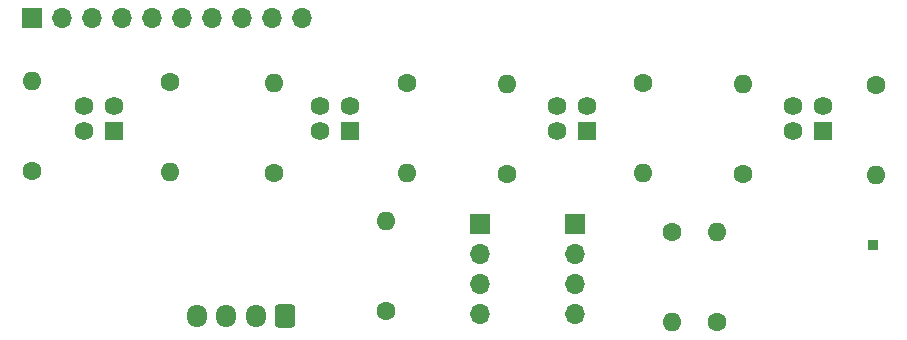
<source format=gbr>
%TF.GenerationSoftware,KiCad,Pcbnew,8.0.1*%
%TF.CreationDate,2024-10-21T16:06:20-03:00*%
%TF.ProjectId,placa_de_sensores,706c6163-615f-4646-955f-73656e736f72,rev?*%
%TF.SameCoordinates,Original*%
%TF.FileFunction,Soldermask,Bot*%
%TF.FilePolarity,Negative*%
%FSLAX46Y46*%
G04 Gerber Fmt 4.6, Leading zero omitted, Abs format (unit mm)*
G04 Created by KiCad (PCBNEW 8.0.1) date 2024-10-21 16:06:20*
%MOMM*%
%LPD*%
G01*
G04 APERTURE LIST*
G04 Aperture macros list*
%AMRoundRect*
0 Rectangle with rounded corners*
0 $1 Rounding radius*
0 $2 $3 $4 $5 $6 $7 $8 $9 X,Y pos of 4 corners*
0 Add a 4 corners polygon primitive as box body*
4,1,4,$2,$3,$4,$5,$6,$7,$8,$9,$2,$3,0*
0 Add four circle primitives for the rounded corners*
1,1,$1+$1,$2,$3*
1,1,$1+$1,$4,$5*
1,1,$1+$1,$6,$7*
1,1,$1+$1,$8,$9*
0 Add four rect primitives between the rounded corners*
20,1,$1+$1,$2,$3,$4,$5,0*
20,1,$1+$1,$4,$5,$6,$7,0*
20,1,$1+$1,$6,$7,$8,$9,0*
20,1,$1+$1,$8,$9,$2,$3,0*%
G04 Aperture macros list end*
%ADD10RoundRect,0.250000X0.600000X0.725000X-0.600000X0.725000X-0.600000X-0.725000X0.600000X-0.725000X0*%
%ADD11O,1.700000X1.950000*%
%ADD12R,1.700000X1.700000*%
%ADD13O,1.700000X1.700000*%
%ADD14O,1.600000X1.600000*%
%ADD15C,1.600000*%
%ADD16R,0.850000X0.850000*%
%ADD17RoundRect,0.102000X0.689000X-0.689000X0.689000X0.689000X-0.689000X0.689000X-0.689000X-0.689000X0*%
%ADD18C,1.582000*%
G04 APERTURE END LIST*
D10*
%TO.C,CONEX\u00C3O-I2C1*%
X150500000Y-75250000D03*
D11*
X148000000Y-75250000D03*
X145500000Y-75250000D03*
X143000000Y-75250000D03*
%TD*%
D12*
%TO.C,INA122*%
X175000000Y-67460000D03*
D13*
X175000000Y-70000000D03*
X175000000Y-72540000D03*
X175000000Y-75080000D03*
%TD*%
D14*
%TO.C,RG*%
X159000000Y-67190000D03*
D15*
X159000000Y-74810000D03*
%TD*%
D14*
%TO.C,R10*%
X129000000Y-55380000D03*
D15*
X129000000Y-63000000D03*
%TD*%
D14*
%TO.C,R9*%
X149500000Y-55500000D03*
D15*
X149500000Y-63120000D03*
%TD*%
%TO.C,R8*%
X187000000Y-75810000D03*
D14*
X187000000Y-68190000D03*
%TD*%
D15*
%TO.C,R7*%
X183250000Y-68130000D03*
D14*
X183250000Y-75750000D03*
%TD*%
D15*
%TO.C,R6*%
X140750000Y-55440000D03*
D14*
X140750000Y-63060000D03*
%TD*%
%TO.C,R5*%
X160750000Y-63120000D03*
D15*
X160750000Y-55500000D03*
%TD*%
%TO.C,R4*%
X169250000Y-63250000D03*
D14*
X169250000Y-55630000D03*
%TD*%
D15*
%TO.C,R3*%
X189250000Y-63250000D03*
D14*
X189250000Y-55630000D03*
%TD*%
%TO.C,R2*%
X180750000Y-63180000D03*
D15*
X180750000Y-55560000D03*
%TD*%
D14*
%TO.C,R1*%
X200500000Y-63310000D03*
D15*
X200500000Y-55690000D03*
%TD*%
D16*
%TO.C,ANA_OUT*%
X200250000Y-69250000D03*
%TD*%
D12*
%TO.C,INA122_E1*%
X167000000Y-67460000D03*
D13*
X167000000Y-70000000D03*
X167000000Y-72540000D03*
X167000000Y-75080000D03*
%TD*%
%TO.C,ADS1115*%
X151870000Y-50000000D03*
X149330000Y-50000000D03*
X146790000Y-50000000D03*
X144250000Y-50000000D03*
X141710000Y-50000000D03*
X139170000Y-50000000D03*
X136630000Y-50000000D03*
X134090000Y-50000000D03*
X131550000Y-50000000D03*
D12*
X129010000Y-50000000D03*
%TD*%
D17*
%TO.C,U1*%
X196000000Y-59560000D03*
D18*
X193460000Y-59560000D03*
X193460000Y-57450000D03*
X196000000Y-57450000D03*
%TD*%
D17*
%TO.C,U2*%
X176000000Y-59560000D03*
D18*
X173460000Y-59560000D03*
X173460000Y-57450000D03*
X176000000Y-57450000D03*
%TD*%
D17*
%TO.C,U4*%
X136000000Y-59560000D03*
D18*
X133460000Y-59560000D03*
X133460000Y-57450000D03*
X136000000Y-57450000D03*
%TD*%
D17*
%TO.C,U3*%
X156000000Y-59560000D03*
D18*
X153460000Y-59560000D03*
X153460000Y-57450000D03*
X156000000Y-57450000D03*
%TD*%
M02*

</source>
